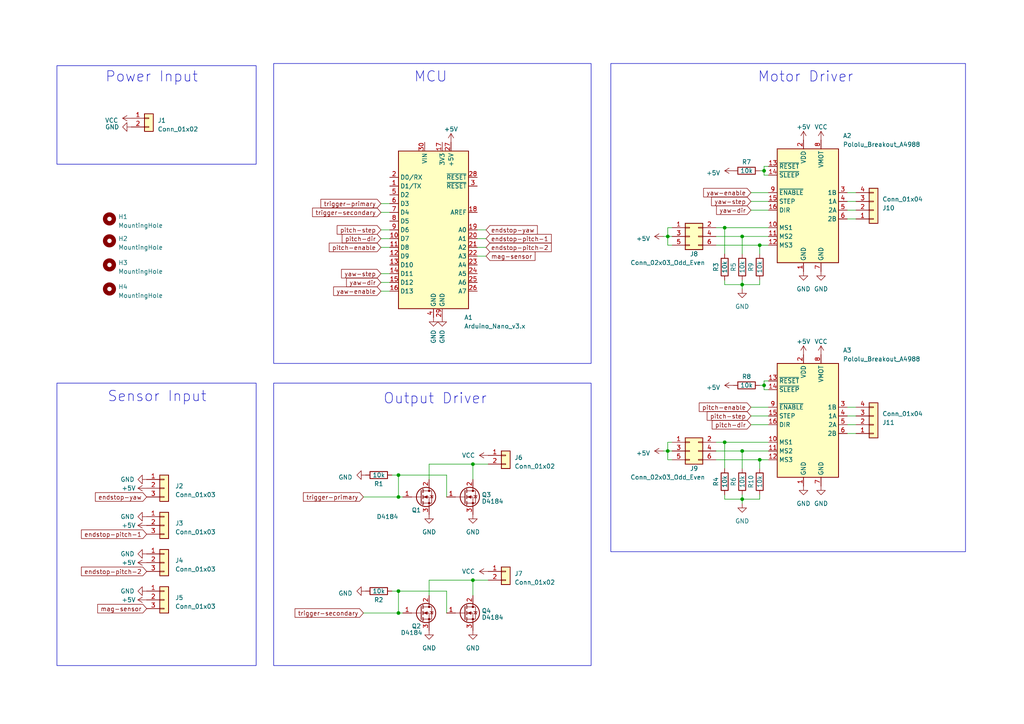
<source format=kicad_sch>
(kicad_sch (version 20230121) (generator eeschema)
  (paper "A4")
  (lib_symbols
    (symbol "Connector_Generic:Conn_01x02" (pin_names (offset 1.016) hide)
      (property "Reference" "J" (at 0 2.54 0))
      (property "Value" "Conn_01x02" (at 0 -5.08 0))
      (symbol "Conn_01x02_1_1"
        (rectangle (start -1.27 -2.413) (end 0 -2.667) (stroke (width 0.1524)))
        (rectangle (start -1.27 0.127) (end 0 -0.127) (stroke (width 0.1524)))
        (rectangle (start -1.27 1.27) (end 1.27 -3.81) (stroke (width 0.254)) (fill (type background)))
        (pin passive line (at -5.08 0 0) (length 3.81) (name "Pin_1") (number "1"))
        (pin passive line (at -5.08 -2.54 0) (length 3.81) (name "Pin_2") (number "2"))
      )
    )
    (symbol "Connector_Generic:Conn_01x03" (pin_names (offset 1.016) hide)
      (property "Reference" "J" (at 0 5.08 0))
      (property "Value" "Conn_01x03" (at 0 -5.08 0))
      (symbol "Conn_01x03_1_1"
        (rectangle (start -1.27 -2.413) (end 0 -2.667) (stroke (width 0.1524)))
        (rectangle (start -1.27 0.127) (end 0 -0.127) (stroke (width 0.1524)))
        (rectangle (start -1.27 2.667) (end 0 2.413) (stroke (width 0.1524)))
        (rectangle (start -1.27 3.81) (end 1.27 -3.81) (stroke (width 0.254)) (fill (type background)))
        (pin passive line (at -5.08 2.54 0) (length 3.81) (name "Pin_1") (number "1"))
        (pin passive line (at -5.08 0 0) (length 3.81) (name "Pin_2") (number "2"))
        (pin passive line (at -5.08 -2.54 0) (length 3.81) (name "Pin_3") (number "3"))
      )
    )
    (symbol "Connector_Generic:Conn_01x04" (pin_names (offset 1.016) hide)
      (property "Reference" "J" (at 0 5.08 0))
      (property "Value" "Conn_01x04" (at 0 -7.62 0))
      (symbol "Conn_01x04_1_1"
        (rectangle (start -1.27 -4.953) (end 0 -5.207) (stroke (width 0.1524)))
        (rectangle (start -1.27 -2.413) (end 0 -2.667) (stroke (width 0.1524)))
        (rectangle (start -1.27 0.127) (end 0 -0.127) (stroke (width 0.1524)))
        (rectangle (start -1.27 2.667) (end 0 2.413) (stroke (width 0.1524)))
        (rectangle (start -1.27 3.81) (end 1.27 -6.35) (stroke (width 0.254)) (fill (type background)))
        (pin passive line (at -5.08 2.54 0) (length 3.81) (name "Pin_1") (number "1"))
        (pin passive line (at -5.08 0 0) (length 3.81) (name "Pin_2") (number "2"))
        (pin passive line (at -5.08 -2.54 0) (length 3.81) (name "Pin_3") (number "3"))
        (pin passive line (at -5.08 -5.08 0) (length 3.81) (name "Pin_4") (number "4"))
      )
    )
    (symbol "Connector_Generic:Conn_02x03_Odd_Even" (pin_names (offset 1.016) hide)
      (property "Reference" "J" (at 1.27 5.08 0))
      (property "Value" "Conn_02x03_Odd_Even" (at 1.27 -5.08 0))
      (symbol "Conn_02x03_Odd_Even_1_1"
        (rectangle (start -1.27 -2.413) (end 0 -2.667) (stroke (width 0.1524)))
        (rectangle (start -1.27 0.127) (end 0 -0.127) (stroke (width 0.1524)))
        (rectangle (start -1.27 2.667) (end 0 2.413) (stroke (width 0.1524)))
        (rectangle (start -1.27 3.81) (end 3.81 -3.81) (stroke (width 0.254)) (fill (type background)))
        (rectangle (start 3.81 -2.413) (end 2.54 -2.667) (stroke (width 0.1524)))
        (rectangle (start 3.81 0.127) (end 2.54 -0.127) (stroke (width 0.1524)))
        (rectangle (start 3.81 2.667) (end 2.54 2.413) (stroke (width 0.1524)))
        (pin passive line (at -5.08 2.54 0) (length 3.81) (name "Pin_1") (number "1"))
        (pin passive line (at 7.62 2.54 180) (length 3.81) (name "Pin_2") (number "2"))
        (pin passive line (at -5.08 0 0) (length 3.81) (name "Pin_3") (number "3"))
        (pin passive line (at 7.62 0 180) (length 3.81) (name "Pin_4") (number "4"))
        (pin passive line (at -5.08 -2.54 0) (length 3.81) (name "Pin_5") (number "5"))
        (pin passive line (at 7.62 -2.54 180) (length 3.81) (name "Pin_6") (number "6"))
      )
    )
    (symbol "Device:Q_NMOS_GDS" (pin_names (offset 0) hide)
      (property "Reference" "Q" (at 5.08 1.27 0))
      (property "Value" "Q_NMOS_GDS" (at 5.08 -1.27 0))
      (symbol "Q_NMOS_GDS_0_1"
        (polyline (pts (xy 0.254 0) (xy -2.54 0)))
        (polyline (pts (xy 0.254 1.905) (xy 0.254 -1.905)) (stroke (width 0.254)))
        (polyline (pts (xy 0.762 -1.27) (xy 0.762 -2.286)) (stroke (width 0.254)))
        (polyline (pts (xy 0.762 0.508) (xy 0.762 -0.508)) (stroke (width 0.254)))
        (polyline (pts (xy 0.762 2.286) (xy 0.762 1.27)) (stroke (width 0.254)))
        (polyline (pts (xy 2.54 2.54) (xy 2.54 1.778)))
        (polyline (pts (xy 2.54 -2.54) (xy 2.54 0) (xy 0.762 0)))
        (polyline (pts (xy 0.762 -1.778) (xy 3.302 -1.778) (xy 3.302 1.778) (xy 0.762 1.778)))
        (polyline (pts (xy 1.016 0) (xy 2.032 0.381) (xy 2.032 -0.381) (xy 1.016 0)) (fill (type outline)))
        (polyline (pts (xy 2.794 0.508) (xy 2.921 0.381) (xy 3.683 0.381) (xy 3.81 0.254)))
        (polyline (pts (xy 3.302 0.381) (xy 2.921 -0.254) (xy 3.683 -0.254) (xy 3.302 0.381)))
        (circle (center 1.651 0) (radius 2.794) (stroke (width 0.254)))
        (circle (center 2.54 -1.778) (radius 0.254) (fill (type outline)))
        (circle (center 2.54 1.778) (radius 0.254) (fill (type outline)))
      )
      (symbol "Q_NMOS_GDS_1_1"
        (pin input line (at -5.08 0 0) (length 2.54) (name "G") (number "1"))
        (pin passive line (at 2.54 5.08 270) (length 2.54) (name "D") (number "2"))
        (pin passive line (at 2.54 -5.08 90) (length 2.54) (name "S") (number "3"))
      )
    )
    (symbol "Device:R" (pin_numbers hide) (pin_names (offset 0))
      (property "Reference" "R" (at 2.032 0 90))
      (property "Value" "R" (at 0 0 90))
      (symbol "R_0_1"
        (rectangle (start -1.016 -2.54) (end 1.016 2.54) (stroke (width 0.254)))
      )
      (symbol "R_1_1"
        (pin passive line (at 0 3.81 270) (length 1.27) (name "~") (number "1"))
        (pin passive line (at 0 -3.81 90) (length 1.27) (name "~") (number "2"))
      )
    )
    (symbol "Driver_Motor:Pololu_Breakout_A4988"
      (property "Reference" "A" (at -2.54 19.05 0))
      (property "Value" "Pololu_Breakout_A4988" (at -2.54 16.51 0))
      (symbol "Pololu_Breakout_A4988_0_1"
        (rectangle (start 10.16 -17.78) (end -7.62 15.24) (stroke (width 0.254)) (fill (type background)))
      )
      (symbol "Pololu_Breakout_A4988_1_1"
        (pin power_in line (at 0 -20.32 90) (length 2.54) (name "GND") (number "1"))
        (pin input line (at -10.16 -7.62 0) (length 2.54) (name "MS1") (number "10"))
        (pin input line (at -10.16 -10.16 0) (length 2.54) (name "MS2") (number "11"))
        (pin input line (at -10.16 -12.7 0) (length 2.54) (name "MS3") (number "12"))
        (pin input line (at -10.16 10.16 0) (length 2.54) (name "~{RESET}") (number "13"))
        (pin input line (at -10.16 7.62 0) (length 2.54) (name "~{SLEEP}") (number "14"))
        (pin input line (at -10.16 0 0) (length 2.54) (name "STEP") (number "15"))
        (pin input line (at -10.16 -2.54 0) (length 2.54) (name "DIR") (number "16"))
        (pin power_in line (at 0 17.78 270) (length 2.54) (name "VDD") (number "2"))
        (pin output line (at 12.7 2.54 180) (length 2.54) (name "1B") (number "3"))
        (pin output line (at 12.7 0 180) (length 2.54) (name "1A") (number "4"))
        (pin output line (at 12.7 -2.54 180) (length 2.54) (name "2A") (number "5"))
        (pin output line (at 12.7 -5.08 180) (length 2.54) (name "2B") (number "6"))
        (pin power_in line (at 5.08 -20.32 90) (length 2.54) (name "GND") (number "7"))
        (pin power_in line (at 5.08 17.78 270) (length 2.54) (name "VMOT") (number "8"))
        (pin input line (at -10.16 2.54 0) (length 2.54) (name "~{ENABLE}") (number "9"))
      )
    )
    (symbol "MCU_Module:Arduino_Nano_v3.x"
      (property "Reference" "A" (at -10.16 23.495 0))
      (property "Value" "Arduino_Nano_v3.x" (at 5.08 -24.13 0))
      (symbol "Arduino_Nano_v3.x_0_1"
        (rectangle (start -10.16 22.86) (end 10.16 -22.86) (stroke (width 0.254)) (fill (type background)))
      )
      (symbol "Arduino_Nano_v3.x_1_1"
        (pin bidirectional line (at -12.7 12.7 0) (length 2.54) (name "D1/TX") (number "1"))
        (pin bidirectional line (at -12.7 -2.54 0) (length 2.54) (name "D7") (number "10"))
        (pin bidirectional line (at -12.7 -5.08 0) (length 2.54) (name "D8") (number "11"))
        (pin bidirectional line (at -12.7 -7.62 0) (length 2.54) (name "D9") (number "12"))
        (pin bidirectional line (at -12.7 -10.16 0) (length 2.54) (name "D10") (number "13"))
        (pin bidirectional line (at -12.7 -12.7 0) (length 2.54) (name "D11") (number "14"))
        (pin bidirectional line (at -12.7 -15.24 0) (length 2.54) (name "D12") (number "15"))
        (pin bidirectional line (at -12.7 -17.78 0) (length 2.54) (name "D13") (number "16"))
        (pin power_out line (at 2.54 25.4 270) (length 2.54) (name "3V3") (number "17"))
        (pin input line (at 12.7 5.08 180) (length 2.54) (name "AREF") (number "18"))
        (pin bidirectional line (at 12.7 0 180) (length 2.54) (name "A0") (number "19"))
        (pin bidirectional line (at -12.7 15.24 0) (length 2.54) (name "D0/RX") (number "2"))
        (pin bidirectional line (at 12.7 -2.54 180) (length 2.54) (name "A1") (number "20"))
        (pin bidirectional line (at 12.7 -5.08 180) (length 2.54) (name "A2") (number "21"))
        (pin bidirectional line (at 12.7 -7.62 180) (length 2.54) (name "A3") (number "22"))
        (pin bidirectional line (at 12.7 -10.16 180) (length 2.54) (name "A4") (number "23"))
        (pin bidirectional line (at 12.7 -12.7 180) (length 2.54) (name "A5") (number "24"))
        (pin bidirectional line (at 12.7 -15.24 180) (length 2.54) (name "A6") (number "25"))
        (pin bidirectional line (at 12.7 -17.78 180) (length 2.54) (name "A7") (number "26"))
        (pin power_out line (at 5.08 25.4 270) (length 2.54) (name "+5V") (number "27"))
        (pin input line (at 12.7 15.24 180) (length 2.54) (name "~{RESET}") (number "28"))
        (pin power_in line (at 2.54 -25.4 90) (length 2.54) (name "GND") (number "29"))
        (pin input line (at 12.7 12.7 180) (length 2.54) (name "~{RESET}") (number "3"))
        (pin power_in line (at -2.54 25.4 270) (length 2.54) (name "VIN") (number "30"))
        (pin power_in line (at 0 -25.4 90) (length 2.54) (name "GND") (number "4"))
        (pin bidirectional line (at -12.7 10.16 0) (length 2.54) (name "D2") (number "5"))
        (pin bidirectional line (at -12.7 7.62 0) (length 2.54) (name "D3") (number "6"))
        (pin bidirectional line (at -12.7 5.08 0) (length 2.54) (name "D4") (number "7"))
        (pin bidirectional line (at -12.7 2.54 0) (length 2.54) (name "D5") (number "8"))
        (pin bidirectional line (at -12.7 0 0) (length 2.54) (name "D6") (number "9"))
      )
    )
    (symbol "Mechanical:MountingHole" (pin_names (offset 1.016))
      (property "Reference" "H" (at 0 5.08 0))
      (property "Value" "MountingHole" (at 0 3.175 0))
      (symbol "MountingHole_0_1"
        (circle (center 0 0) (radius 1.27) (stroke (width 1.27)))
      )
    )
    (symbol "power:+5V" (power) (pin_names (offset 0))
      (property "Value" "+5V" (at 0 3.556 0))
      (symbol "+5V_0_1"
        (polyline (pts (xy -0.762 1.27) (xy 0 2.54)))
        (polyline (pts (xy 0 0) (xy 0 2.54)))
        (polyline (pts (xy 0 2.54) (xy 0.762 1.27)))
      )
      (symbol "+5V_1_1"
        (pin power_in line (at 0 0 90) (length 0) hide (name "+5V") (number "1"))
      )
    )
    (symbol "power:GND" (power) (pin_names (offset 0))
      (property "Value" "GND" (at 0 -3.81 0))
      (symbol "GND_0_1"
        (polyline (pts (xy 0 0) (xy 0 -1.27) (xy 1.27 -1.27) (xy 0 -2.54) (xy -1.27 -1.27) (xy 0 -1.27)))
      )
      (symbol "GND_1_1"
        (pin power_in line (at 0 0 270) (length 0) hide (name "GND") (number "1"))
      )
    )
    (symbol "power:VCC" (power) (pin_names (offset 0))
      (property "Value" "VCC" (at 0 3.81 0))
      (symbol "VCC_0_1"
        (polyline (pts (xy -0.762 1.27) (xy 0 2.54)))
        (polyline (pts (xy 0 0) (xy 0 2.54)))
        (polyline (pts (xy 0 2.54) (xy 0.762 1.27)))
      )
      (symbol "VCC_1_1"
        (pin power_in line (at 0 0 90) (length 0) hide (name "VCC") (number "1"))
      )
    )
  )
  (junction (at 215.265 82.55))
  (junction (at 210.185 66.04))
  (junction (at 215.265 68.58))
  (junction (at 215.265 144.78))
  (junction (at 210.185 128.27))
  (junction (at 215.265 130.81))
  (junction (at 115.57 144.145))
  (junction (at 137.16 168.275))
  (junction (at 221.615 111.76))
  (junction (at 137.16 134.62))
  (junction (at 221.615 49.53))
  (junction (at 193.675 130.81))
  (junction (at 115.57 177.8))
  (junction (at 220.345 133.35))
  (junction (at 220.345 71.12))
  (junction (at 115.57 171.45))
  (junction (at 193.675 68.58))
  (junction (at 115.57 137.795))
  (wire (pts (xy 215.265 82.55) (xy 215.265 83.82)))
  (wire (pts (xy 220.345 49.53) (xy 221.615 49.53)))
  (wire (pts (xy 217.805 123.19) (xy 222.885 123.19)))
  (wire (pts (xy 215.265 82.55) (xy 220.345 82.55)))
  (wire (pts (xy 129.54 137.795) (xy 115.57 137.795)))
  (wire (pts (xy 217.805 60.96) (xy 222.885 60.96)))
  (wire (pts (xy 245.745 118.11) (xy 248.285 118.11)))
  (wire (pts (xy 217.805 55.88) (xy 222.885 55.88)))
  (wire (pts (xy 115.57 144.145) (xy 116.84 144.145)))
  (wire (pts (xy 207.645 133.35) (xy 220.345 133.35)))
  (wire (pts (xy 221.615 110.49) (xy 222.885 110.49)))
  (wire (pts (xy 221.615 111.76) (xy 221.615 113.03)))
  (wire (pts (xy 210.185 144.78) (xy 215.265 144.78)))
  (wire (pts (xy 137.16 134.62) (xy 137.16 139.065)))
  (wire (pts (xy 207.645 71.12) (xy 220.345 71.12)))
  (wire (pts (xy 215.265 143.51) (xy 215.265 144.78)))
  (wire (pts (xy 115.57 171.45) (xy 115.57 177.8)))
  (wire (pts (xy 210.185 143.51) (xy 210.185 144.78)))
  (wire (pts (xy 138.43 69.215) (xy 140.97 69.215)))
  (wire (pts (xy 138.43 66.675) (xy 140.97 66.675)))
  (wire (pts (xy 245.745 60.96) (xy 248.285 60.96)))
  (wire (pts (xy 207.645 66.04) (xy 210.185 66.04)))
  (wire (pts (xy 110.49 69.215) (xy 113.03 69.215)))
  (wire (pts (xy 115.57 137.795) (xy 115.57 144.145)))
  (wire (pts (xy 110.49 71.755) (xy 113.03 71.755)))
  (wire (pts (xy 193.675 130.81) (xy 194.945 130.81)))
  (wire (pts (xy 215.265 130.81) (xy 222.885 130.81)))
  (wire (pts (xy 129.54 177.8) (xy 129.54 171.45)))
  (wire (pts (xy 110.49 59.055) (xy 113.03 59.055)))
  (wire (pts (xy 221.615 48.26) (xy 221.615 49.53)))
  (wire (pts (xy 207.645 68.58) (xy 215.265 68.58)))
  (wire (pts (xy 221.615 49.53) (xy 221.615 50.8)))
  (wire (pts (xy 220.345 133.35) (xy 222.885 133.35)))
  (wire (pts (xy 222.885 50.8) (xy 221.615 50.8)))
  (wire (pts (xy 110.49 66.675) (xy 113.03 66.675)))
  (wire (pts (xy 220.345 71.12) (xy 220.345 73.66)))
  (wire (pts (xy 105.41 144.145) (xy 115.57 144.145)))
  (wire (pts (xy 124.46 139.065) (xy 124.46 134.62)))
  (wire (pts (xy 193.675 66.04) (xy 193.675 68.58)))
  (wire (pts (xy 192.405 130.81) (xy 193.675 130.81)))
  (wire (pts (xy 207.645 128.27) (xy 210.185 128.27)))
  (wire (pts (xy 215.265 73.66) (xy 215.265 68.58)))
  (wire (pts (xy 221.615 110.49) (xy 221.615 111.76)))
  (wire (pts (xy 220.345 82.55) (xy 220.345 81.28)))
  (wire (pts (xy 217.805 58.42) (xy 222.885 58.42)))
  (wire (pts (xy 215.265 135.89) (xy 215.265 130.81)))
  (wire (pts (xy 193.675 68.58) (xy 193.675 71.12)))
  (wire (pts (xy 193.675 68.58) (xy 194.945 68.58)))
  (wire (pts (xy 115.57 177.8) (xy 116.84 177.8)))
  (wire (pts (xy 110.49 81.915) (xy 113.03 81.915)))
  (wire (pts (xy 245.745 58.42) (xy 248.285 58.42)))
  (wire (pts (xy 141.605 168.275) (xy 137.16 168.275)))
  (wire (pts (xy 222.885 113.03) (xy 221.615 113.03)))
  (wire (pts (xy 220.345 133.35) (xy 220.345 135.89)))
  (wire (pts (xy 192.405 68.58) (xy 193.675 68.58)))
  (wire (pts (xy 221.615 48.26) (xy 222.885 48.26)))
  (wire (pts (xy 110.49 61.595) (xy 113.03 61.595)))
  (wire (pts (xy 113.665 171.45) (xy 115.57 171.45)))
  (wire (pts (xy 193.675 71.12) (xy 194.945 71.12)))
  (wire (pts (xy 194.945 128.27) (xy 193.675 128.27)))
  (wire (pts (xy 193.675 133.35) (xy 194.945 133.35)))
  (wire (pts (xy 193.675 128.27) (xy 193.675 130.81)))
  (wire (pts (xy 110.49 84.455) (xy 113.03 84.455)))
  (wire (pts (xy 210.185 128.27) (xy 222.885 128.27)))
  (wire (pts (xy 141.605 134.62) (xy 137.16 134.62)))
  (wire (pts (xy 217.805 118.11) (xy 222.885 118.11)))
  (wire (pts (xy 245.745 120.65) (xy 248.285 120.65)))
  (wire (pts (xy 110.49 79.375) (xy 113.03 79.375)))
  (wire (pts (xy 215.265 144.78) (xy 220.345 144.78)))
  (wire (pts (xy 124.46 172.72) (xy 124.46 168.275)))
  (wire (pts (xy 210.185 82.55) (xy 215.265 82.55)))
  (wire (pts (xy 215.265 144.78) (xy 215.265 146.05)))
  (wire (pts (xy 210.185 66.04) (xy 222.885 66.04)))
  (wire (pts (xy 138.43 74.295) (xy 140.97 74.295)))
  (wire (pts (xy 220.345 71.12) (xy 222.885 71.12)))
  (wire (pts (xy 210.185 135.89) (xy 210.185 128.27)))
  (wire (pts (xy 217.805 120.65) (xy 222.885 120.65)))
  (wire (pts (xy 220.345 144.78) (xy 220.345 143.51)))
  (wire (pts (xy 210.185 73.66) (xy 210.185 66.04)))
  (wire (pts (xy 215.265 81.28) (xy 215.265 82.55)))
  (wire (pts (xy 113.665 137.795) (xy 115.57 137.795)))
  (wire (pts (xy 138.43 71.755) (xy 140.97 71.755)))
  (wire (pts (xy 207.645 130.81) (xy 215.265 130.81)))
  (wire (pts (xy 137.16 168.275) (xy 137.16 172.72)))
  (wire (pts (xy 245.745 123.19) (xy 248.285 123.19)))
  (wire (pts (xy 245.745 125.73) (xy 248.285 125.73)))
  (wire (pts (xy 245.745 63.5) (xy 248.285 63.5)))
  (wire (pts (xy 220.345 111.76) (xy 221.615 111.76)))
  (wire (pts (xy 245.745 55.88) (xy 248.285 55.88)))
  (wire (pts (xy 194.945 66.04) (xy 193.675 66.04)))
  (wire (pts (xy 124.46 134.62) (xy 137.16 134.62)))
  (wire (pts (xy 124.46 168.275) (xy 137.16 168.275)))
  (wire (pts (xy 129.54 171.45) (xy 115.57 171.45)))
  (wire (pts (xy 129.54 144.145) (xy 129.54 137.795)))
  (wire (pts (xy 215.265 68.58) (xy 222.885 68.58)))
  (wire (pts (xy 105.41 177.8) (xy 115.57 177.8)))
  (wire (pts (xy 210.185 81.28) (xy 210.185 82.55)))
  (wire (pts (xy 193.675 130.81) (xy 193.675 133.35)))
  (rectangle (start 16.51 19.05) (end 74.295 47.625))
  (rectangle (start 16.51 111.125) (end 74.295 193.04))
  (rectangle (start 79.375 111.125) (end 171.45 193.04))
  (rectangle (start 79.375 18.415) (end 171.45 105.41))
  (rectangle (start 177.165 18.415) (end 280.035 160.02))
  (text "Output Driver" (at 111.125 117.475 0) (effects (font (size 3 3)) (justify left bottom)))
  (text "Power Input" (at 30.48 24.13 0) (effects (font (size 3 3)) (justify left bottom)))
  (text "Sensor Input" (at 31.115 116.84 0) (effects (font (size 3 3)) (justify left bottom)))
  (text "Motor Driver" (at 219.71 24.13 0) (effects (font (size 3 3)) (justify left bottom)))
  (text "MCU" (at 120.015 24.13 0) (effects (font (size 3 3)) (justify left bottom)))
  (global_label "endstop-yaw" (shape input) (at 42.545 144.145 180) (property "Intersheetrefs" "${INTERSHEET_REFS}" (effects hide)))
  (global_label "endstop-pitch-2" (shape input) (at 140.97 71.755 0) (property "Intersheetrefs" "${INTERSHEET_REFS}" (effects hide)))
  (global_label "trigger-secondary" (shape input) (at 110.49 61.595 180) (property "Intersheetrefs" "${INTERSHEET_REFS}" (effects hide)))
  (global_label "yaw-enable" (shape input) (at 110.49 84.455 180) (property "Intersheetrefs" "${INTERSHEET_REFS}" (effects hide)))
  (global_label "yaw-step" (shape input) (at 110.49 79.375 180) (property "Intersheetrefs" "${INTERSHEET_REFS}" (effects hide)))
  (global_label "trigger-primary" (shape input) (at 105.41 144.145 180) (property "Intersheetrefs" "${INTERSHEET_REFS}" (effects hide)))
  (global_label "pitch-step" (shape input) (at 110.49 66.675 180) (property "Intersheetrefs" "${INTERSHEET_REFS}" (effects hide)))
  (global_label "pitch-enable" (shape input) (at 110.49 71.755 180) (property "Intersheetrefs" "${INTERSHEET_REFS}" (effects hide)))
  (global_label "mag-sensor" (shape input) (at 42.545 176.53 180) (property "Intersheetrefs" "${INTERSHEET_REFS}" (effects hide)))
  (global_label "endstop-pitch-1" (shape input) (at 42.545 154.94 180) (property "Intersheetrefs" "${INTERSHEET_REFS}" (effects hide)))
  (global_label "pitch-enable" (shape input) (at 217.805 118.11 180) (property "Intersheetrefs" "${INTERSHEET_REFS}" (effects hide)))
  (global_label "pitch-dir" (shape input) (at 217.805 123.19 180) (property "Intersheetrefs" "${INTERSHEET_REFS}" (effects hide)))
  (global_label "yaw-step" (shape input) (at 217.805 58.42 180) (property "Intersheetrefs" "${INTERSHEET_REFS}" (effects hide)))
  (global_label "pitch-step" (shape input) (at 217.805 120.65 180) (property "Intersheetrefs" "${INTERSHEET_REFS}" (effects hide)))
  (global_label "endstop-pitch-1" (shape input) (at 140.97 69.215 0) (property "Intersheetrefs" "${INTERSHEET_REFS}" (effects hide)))
  (global_label "mag-sensor" (shape input) (at 140.97 74.295 0) (property "Intersheetrefs" "${INTERSHEET_REFS}" (effects hide)))
  (global_label "yaw-dir" (shape input) (at 110.49 81.915 180) (property "Intersheetrefs" "${INTERSHEET_REFS}" (effects hide)))
  (global_label "yaw-enable" (shape input) (at 217.805 55.88 180) (property "Intersheetrefs" "${INTERSHEET_REFS}" (effects hide)))
  (global_label "trigger-primary" (shape input) (at 110.49 59.055 180) (property "Intersheetrefs" "${INTERSHEET_REFS}" (effects hide)))
  (global_label "pitch-dir" (shape input) (at 110.49 69.215 180) (property "Intersheetrefs" "${INTERSHEET_REFS}" (effects hide)))
  (global_label "endstop-pitch-2" (shape input) (at 42.545 165.735 180) (property "Intersheetrefs" "${INTERSHEET_REFS}" (effects hide)))
  (global_label "yaw-dir" (shape input) (at 217.805 60.96 180) (property "Intersheetrefs" "${INTERSHEET_REFS}" (effects hide)))
  (global_label "endstop-yaw" (shape input) (at 140.97 66.675 0) (property "Intersheetrefs" "${INTERSHEET_REFS}" (effects hide)))
  (global_label "trigger-secondary" (shape input) (at 105.41 177.8 180) (property "Intersheetrefs" "${INTERSHEET_REFS}" (effects hide)))
  (symbol (lib_id "power:GND") (at 42.545 139.065 270) (unit 1)
    (property "Reference" "#PWR03" (effects hide))
    (property "Value" "GND" (at 34.925 139.065 90) (effects (justify left)))
  )
  (symbol (lib_id "power:GND") (at 125.73 92.075 0) (unit 1)
    (property "Reference" "#PWR015" (effects hide))
    (property "Value" "GND" (at 125.73 99.695 90) (effects (justify left)))
  )
  (symbol (lib_id "Device:R") (at 215.265 77.47 180) (unit 1)
    (property "Reference" "R5" (at 212.725 77.47 90))
    (property "Value" "10k" (at 215.265 77.47 90))
    (property "Footprint" "Resistor_SMD:R_0805_2012Metric_Pad1.20x1.40mm_HandSolder" (effects hide))
  )
  (symbol (lib_id "Mechanical:MountingHole") (at 31.75 69.85 0) (unit 1)
    (property "Reference" "H2" (at 34.29 69.215 0) (effects (justify left)))
    (property "Value" "MountingHole" (at 34.29 71.755 0) (effects (justify left)))
    (property "Footprint" "MountingHole:MountingHole_3.2mm_M3_DIN965_Pad" (effects hide))
  )
  (symbol (lib_id "Connector_Generic:Conn_01x04") (at 253.365 123.19 0) (mirror x) (unit 1)
    (property "Reference" "J11" (at 255.905 122.555 0) (effects (justify left)))
    (property "Value" "Conn_01x04" (at 255.905 120.015 0) (effects (justify left)))
    (property "Footprint" "Connector_JST:JST_XH_B4B-XH-A_1x04_P2.50mm_Vertical" (effects hide))
  )
  (symbol (lib_id "power:+5V") (at 212.725 49.53 90) (unit 1)
    (property "Reference" "#PWR024" (effects hide))
    (property "Value" "+5V" (at 208.915 50.165 90) (effects (justify left)))
  )
  (symbol (lib_id "Connector_Generic:Conn_01x02") (at 146.685 165.735 0) (unit 1)
    (property "Reference" "J7" (at 149.225 166.37 0) (effects (justify left)))
    (property "Value" "Conn_01x02" (at 149.225 168.91 0) (effects (justify left)))
    (property "Footprint" "Connector_JST:JST_XH_B2B-XH-A_1x02_P2.50mm_Vertical" (effects hide))
  )
  (symbol (lib_id "Device:R") (at 216.535 49.53 90) (unit 1)
    (property "Reference" "R7" (at 216.535 46.99 90))
    (property "Value" "10k" (at 216.535 49.53 90))
    (property "Footprint" "Resistor_SMD:R_0805_2012Metric_Pad1.20x1.40mm_HandSolder" (effects hide))
  )
  (symbol (lib_id "Mechanical:MountingHole") (at 31.75 63.5 0) (unit 1)
    (property "Reference" "H1" (at 34.29 62.865 0) (effects (justify left)))
    (property "Value" "MountingHole" (at 34.29 65.405 0) (effects (justify left)))
    (property "Footprint" "MountingHole:MountingHole_3.2mm_M3_DIN965_Pad" (effects hide))
  )
  (symbol (lib_id "power:+5V") (at 192.405 130.81 90) (unit 1)
    (property "Reference" "#PWR023" (effects hide))
    (property "Value" "+5V" (at 188.595 131.445 90) (effects (justify left)))
  )
  (symbol (lib_id "power:VCC") (at 141.605 165.735 90) (unit 1)
    (property "Reference" "#PWR021" (effects hide))
    (property "Value" "VCC" (at 137.795 165.735 90) (effects (justify left)))
  )
  (symbol (lib_id "power:VCC") (at 238.125 40.64 0) (unit 1)
    (property "Reference" "#PWR032" (effects hide))
    (property "Value" "VCC" (at 238.125 36.83 0))
  )
  (symbol (lib_id "Connector_Generic:Conn_01x02") (at 43.18 34.29 0) (unit 1)
    (property "Reference" "J1" (at 45.72 34.925 0) (effects (justify left)))
    (property "Value" "Conn_01x02" (at 45.72 37.465 0) (effects (justify left)))
    (property "Footprint" "Connector_JST:JST_XH_B2B-XH-A_1x02_P2.50mm_Vertical" (effects hide))
  )
  (symbol (lib_id "power:GND") (at 106.045 137.795 270) (unit 1)
    (property "Reference" "#PWR011" (effects hide))
    (property "Value" "GND" (at 102.235 138.43 90) (effects (justify right)))
  )
  (symbol (lib_id "Device:Q_NMOS_GDS") (at 134.62 144.145 0) (unit 1)
    (property "Reference" "Q3" (at 139.7 143.51 0) (effects (justify left)))
    (property "Value" "D4184" (at 139.7 145.415 0) (effects (justify left)))
    (property "Footprint" "Package_TO_SOT_SMD:TO-252-2" (effects hide))
  )
  (symbol (lib_id "Connector_Generic:Conn_01x03") (at 47.625 141.605 0) (unit 1)
    (property "Reference" "J2" (at 50.8 140.97 0) (effects (justify left)))
    (property "Value" "Conn_01x03" (at 50.8 143.51 0) (effects (justify left)))
    (property "Footprint" "Connector_JST:JST_XH_B3B-XH-A_1x03_P2.50mm_Vertical" (effects hide))
  )
  (symbol (lib_id "Connector_Generic:Conn_01x02") (at 146.685 132.08 0) (unit 1)
    (property "Reference" "J6" (at 149.225 132.715 0) (effects (justify left)))
    (property "Value" "Conn_01x02" (at 149.225 135.255 0) (effects (justify left)))
    (property "Footprint" "Connector_JST:JST_XH_B2B-XH-A_1x02_P2.50mm_Vertical" (effects hide))
  )
  (symbol (lib_id "Driver_Motor:Pololu_Breakout_A4988") (at 233.045 58.42 0) (unit 1)
    (property "Reference" "A2" (at 244.475 39.37 0) (effects (justify left)))
    (property "Value" "Pololu_Breakout_A4988" (at 244.475 41.91 0) (effects (justify left)))
    (property "Footprint" "Module:Pololu_Breakout-16_15.2x20.3mm" (effects hide))
    (property "Datasheet" "https://www.pololu.com/product/2980/pictures" (effects hide))
  )
  (symbol (lib_id "power:+5V") (at 192.405 68.58 90) (unit 1)
    (property "Reference" "#PWR022" (effects hide))
    (property "Value" "+5V" (at 188.595 69.215 90) (effects (justify left)))
  )
  (symbol (lib_id "power:+5V") (at 233.045 102.87 0) (unit 1)
    (property "Reference" "#PWR030" (effects hide))
    (property "Value" "+5V" (at 233.045 99.06 0))
  )
  (symbol (lib_id "power:VCC") (at 238.125 102.87 0) (unit 1)
    (property "Reference" "#PWR034" (effects hide))
    (property "Value" "VCC" (at 238.125 99.06 0))
  )
  (symbol (lib_id "power:GND") (at 106.045 171.45 270) (unit 1)
    (property "Reference" "#PWR012" (effects hide))
    (property "Value" "GND" (at 102.235 172.085 90) (effects (justify right)))
  )
  (symbol (lib_id "Device:Q_NMOS_GDS") (at 121.92 144.145 0) (unit 1)
    (property "Reference" "Q1" (at 119.38 147.955 0) (effects (justify left)))
    (property "Value" "D4184" (at 109.22 149.86 0) (effects (justify left)))
    (property "Footprint" "Package_TO_SOT_SMD:TO-252-2" (effects hide))
  )
  (symbol (lib_id "Device:R") (at 109.855 137.795 270) (unit 1)
    (property "Reference" "R1" (at 109.855 140.335 90))
    (property "Value" "10k" (at 109.855 137.795 90))
    (property "Footprint" "Resistor_SMD:R_0805_2012Metric_Pad1.20x1.40mm_HandSolder" (effects hide))
  )
  (symbol (lib_id "power:VCC") (at 141.605 132.08 90) (unit 1)
    (property "Reference" "#PWR020" (effects hide))
    (property "Value" "VCC" (at 137.795 132.08 90) (effects (justify left)))
  )
  (symbol (lib_id "Connector_Generic:Conn_01x03") (at 47.625 152.4 0) (unit 1)
    (property "Reference" "J3" (at 50.8 151.765 0) (effects (justify left)))
    (property "Value" "Conn_01x03" (at 50.8 154.305 0) (effects (justify left)))
    (property "Footprint" "Connector_JST:JST_XH_B3B-XH-A_1x03_P2.50mm_Vertical" (effects hide))
  )
  (symbol (lib_id "power:+5V") (at 42.545 163.195 90) (unit 1)
    (property "Reference" "#PWR08" (effects hide))
    (property "Value" "+5V" (at 39.37 163.195 90) (effects (justify left)))
  )
  (symbol (lib_id "power:VCC") (at 38.1 34.29 90) (unit 1)
    (property "Reference" "#PWR01" (effects hide))
    (property "Value" "VCC" (at 34.29 34.925 90) (effects (justify left)))
  )
  (symbol (lib_id "power:GND") (at 128.27 92.075 0) (unit 1)
    (property "Reference" "#PWR016" (effects hide))
    (property "Value" "GND" (at 128.27 99.695 90) (effects (justify left)))
  )
  (symbol (lib_id "Connector_Generic:Conn_02x03_Odd_Even") (at 200.025 68.58 0) (unit 1)
    (property "Reference" "J8" (at 201.295 73.66 0))
    (property "Value" "Conn_02x03_Odd_Even" (at 193.675 76.2 0))
    (property "Footprint" "Connector_PinHeader_2.54mm:PinHeader_2x03_P2.54mm_Vertical" (effects hide))
  )
  (symbol (lib_id "power:+5V") (at 42.545 152.4 90) (unit 1)
    (property "Reference" "#PWR06" (effects hide))
    (property "Value" "+5V" (at 39.37 152.4 90) (effects (justify left)))
  )
  (symbol (lib_id "power:+5V") (at 233.045 40.64 0) (unit 1)
    (property "Reference" "#PWR028" (effects hide))
    (property "Value" "+5V" (at 233.045 36.83 0))
  )
  (symbol (lib_id "Device:R") (at 210.185 77.47 180) (unit 1)
    (property "Reference" "R3" (at 207.645 77.47 90))
    (property "Value" "10k" (at 210.185 77.47 90))
    (property "Footprint" "Resistor_SMD:R_0805_2012Metric_Pad1.20x1.40mm_HandSolder" (effects hide))
  )
  (symbol (lib_id "Mechanical:MountingHole") (at 31.75 76.835 0) (unit 1)
    (property "Reference" "H3" (at 34.29 76.2 0) (effects (justify left)))
    (property "Value" "MountingHole" (at 34.29 78.74 0) (effects (justify left)))
    (property "Footprint" "MountingHole:MountingHole_3.2mm_M3_DIN965_Pad" (effects hide))
  )
  (symbol (lib_id "power:GND") (at 215.265 83.82 0) (unit 1)
    (property "Reference" "#PWR026" (effects hide))
    (property "Value" "GND" (at 215.265 88.9 0))
  )
  (symbol (lib_id "Driver_Motor:Pololu_Breakout_A4988") (at 233.045 120.65 0) (unit 1)
    (property "Reference" "A3" (at 244.475 101.6 0) (effects (justify left)))
    (property "Value" "Pololu_Breakout_A4988" (at 244.475 104.14 0) (effects (justify left)))
    (property "Footprint" "Module:Pololu_Breakout-16_15.2x20.3mm" (effects hide))
    (property "Datasheet" "https://www.pololu.com/product/2980/pictures" (effects hide))
  )
  (symbol (lib_id "power:GND") (at 124.46 149.225 0) (unit 1)
    (property "Reference" "#PWR013" (effects hide))
    (property "Value" "GND" (at 124.46 154.305 0))
  )
  (symbol (lib_id "power:GND") (at 42.545 160.655 270) (unit 1)
    (property "Reference" "#PWR07" (effects hide))
    (property "Value" "GND" (at 34.925 160.655 90) (effects (justify left)))
  )
  (symbol (lib_id "power:GND") (at 42.545 149.86 270) (unit 1)
    (property "Reference" "#PWR05" (effects hide))
    (property "Value" "GND" (at 34.925 149.86 90) (effects (justify left)))
  )
  (symbol (lib_id "power:GND") (at 215.265 146.05 0) (unit 1)
    (property "Reference" "#PWR027" (effects hide))
    (property "Value" "GND" (at 215.265 151.13 0))
  )
  (symbol (lib_id "Device:Q_NMOS_GDS") (at 134.62 177.8 0) (unit 1)
    (property "Reference" "Q4" (at 139.7 177.165 0) (effects (justify left)))
    (property "Value" "D4184" (at 139.7 179.07 0) (effects (justify left)))
    (property "Footprint" "Package_TO_SOT_SMD:TO-252-2" (effects hide))
  )
  (symbol (lib_id "power:GND") (at 124.46 182.88 0) (unit 1)
    (property "Reference" "#PWR014" (effects hide))
    (property "Value" "GND" (at 124.46 187.96 0))
  )
  (symbol (lib_id "Mechanical:MountingHole") (at 31.75 83.82 0) (unit 1)
    (property "Reference" "H4" (at 34.29 83.185 0) (effects (justify left)))
    (property "Value" "MountingHole" (at 34.29 85.725 0) (effects (justify left)))
    (property "Footprint" "MountingHole:MountingHole_3.2mm_M3_DIN965_Pad" (effects hide))
  )
  (symbol (lib_id "power:+5V") (at 130.81 41.275 0) (unit 1)
    (property "Reference" "#PWR017" (effects hide))
    (property "Value" "+5V" (at 130.81 37.465 0))
  )
  (symbol (lib_id "power:GND") (at 238.125 78.74 0) (unit 1)
    (property "Reference" "#PWR033" (effects hide))
    (property "Value" "GND" (at 238.125 83.82 0))
  )
  (symbol (lib_id "Connector_Generic:Conn_01x03") (at 47.625 173.99 0) (unit 1)
    (property "Reference" "J5" (at 50.8 173.355 0) (effects (justify left)))
    (property "Value" "Conn_01x03" (at 50.8 175.895 0) (effects (justify left)))
    (property "Footprint" "Connector_JST:JST_XH_B3B-XH-A_1x03_P2.50mm_Vertical" (effects hide))
  )
  (symbol (lib_id "power:+5V") (at 42.545 141.605 90) (unit 1)
    (property "Reference" "#PWR04" (effects hide))
    (property "Value" "+5V" (at 39.37 141.605 90) (effects (justify left)))
  )
  (symbol (lib_id "Connector_Generic:Conn_02x03_Odd_Even") (at 200.025 130.81 0) (unit 1)
    (property "Reference" "J9" (at 201.295 135.89 0))
    (property "Value" "Conn_02x03_Odd_Even" (at 193.675 138.43 0))
    (property "Footprint" "Connector_PinHeader_2.54mm:PinHeader_2x03_P2.54mm_Vertical" (effects hide))
  )
  (symbol (lib_id "power:GND") (at 233.045 140.97 0) (unit 1)
    (property "Reference" "#PWR031" (effects hide))
    (property "Value" "GND" (at 233.045 146.05 0))
  )
  (symbol (lib_id "Connector_Generic:Conn_01x04") (at 253.365 60.96 0) (mirror x) (unit 1)
    (property "Reference" "J10" (at 255.905 60.325 0) (effects (justify left)))
    (property "Value" "Conn_01x04" (at 255.905 57.785 0) (effects (justify left)))
    (property "Footprint" "Connector_JST:JST_XH_B4B-XH-A_1x04_P2.50mm_Vertical" (effects hide))
  )
  (symbol (lib_id "Connector_Generic:Conn_01x03") (at 47.625 163.195 0) (unit 1)
    (property "Reference" "J4" (at 50.8 162.56 0) (effects (justify left)))
    (property "Value" "Conn_01x03" (at 50.8 165.1 0) (effects (justify left)))
    (property "Footprint" "Connector_JST:JST_XH_B3B-XH-A_1x03_P2.50mm_Vertical" (effects hide))
  )
  (symbol (lib_id "Device:Q_NMOS_GDS") (at 121.92 177.8 0) (unit 1)
    (property "Reference" "Q2" (at 119.38 181.61 0) (effects (justify left)))
    (property "Value" "D4184" (at 116.205 183.515 0) (effects (justify left)))
    (property "Footprint" "Package_TO_SOT_SMD:TO-252-2" (effects hide))
  )
  (symbol (lib_id "Device:R") (at 210.185 139.7 180) (unit 1)
    (property "Reference" "R4" (at 207.645 139.7 90))
    (property "Value" "10k" (at 210.185 139.7 90))
    (property "Footprint" "Resistor_SMD:R_0805_2012Metric_Pad1.20x1.40mm_HandSolder" (effects hide))
  )
  (symbol (lib_id "Device:R") (at 109.855 171.45 270) (unit 1)
    (property "Reference" "R2" (at 109.855 173.99 90))
    (property "Value" "10k" (at 109.855 171.45 90))
    (property "Footprint" "Resistor_SMD:R_0805_2012Metric_Pad1.20x1.40mm_HandSolder" (effects hide))
  )
  (symbol (lib_id "power:GND") (at 137.16 149.225 0) (unit 1)
    (property "Reference" "#PWR018" (effects hide))
    (property "Value" "GND" (at 137.16 154.305 0))
  )
  (symbol (lib_id "Device:R") (at 216.535 111.76 90) (unit 1)
    (property "Reference" "R8" (at 216.535 109.22 90))
    (property "Value" "10k" (at 216.535 111.76 90))
    (property "Footprint" "Resistor_SMD:R_0805_2012Metric_Pad1.20x1.40mm_HandSolder" (effects hide))
  )
  (symbol (lib_id "Device:R") (at 215.265 139.7 180) (unit 1)
    (property "Reference" "R6" (at 212.725 139.7 90))
    (property "Value" "10k" (at 215.265 139.7 90))
    (property "Footprint" "Resistor_SMD:R_0805_2012Metric_Pad1.20x1.40mm_HandSolder" (effects hide))
  )
  (symbol (lib_id "MCU_Module:Arduino_Nano_v3.x") (at 125.73 66.675 0) (unit 1)
    (property "Reference" "A1" (at 134.62 92.075 0) (effects (justify left)))
    (property "Value" "Arduino_Nano_v3.x" (at 134.62 94.615 0) (effects (justify left)))
    (property "Footprint" "Module:Arduino_Nano" (effects hide))
    (property "Datasheet" "http://www.mouser.com/pdfdocs/Gravitech_Arduino_Nano3_0.pdf" (effects hide))
  )
  (symbol (lib_id "power:GND") (at 38.1 36.83 270) (unit 1)
    (property "Reference" "#PWR02" (effects hide))
    (property "Value" "GND" (at 30.48 36.83 90) (effects (justify left)))
  )
  (symbol (lib_id "power:GND") (at 137.16 182.88 0) (unit 1)
    (property "Reference" "#PWR019" (effects hide))
    (property "Value" "GND" (at 137.16 187.96 0))
  )
  (symbol (lib_id "power:+5V") (at 212.725 111.76 90) (unit 1)
    (property "Reference" "#PWR025" (effects hide))
    (property "Value" "+5V" (at 208.915 112.395 90) (effects (justify left)))
  )
  (symbol (lib_id "Device:R") (at 220.345 77.47 180) (unit 1)
    (property "Reference" "R9" (at 217.805 77.47 90))
    (property "Value" "10k" (at 220.345 77.47 90))
    (property "Footprint" "Resistor_SMD:R_0805_2012Metric_Pad1.20x1.40mm_HandSolder" (effects hide))
  )
  (symbol (lib_id "power:GND") (at 238.125 140.97 0) (unit 1)
    (property "Reference" "#PWR035" (effects hide))
    (property "Value" "GND" (at 238.125 146.05 0))
  )
  (symbol (lib_id "power:GND") (at 233.045 78.74 0) (unit 1)
    (property "Reference" "#PWR029" (effects hide))
    (property "Value" "GND" (at 233.045 83.82 0))
  )
  (symbol (lib_id "power:+5V") (at 42.545 173.99 90) (unit 1)
    (property "Reference" "#PWR010" (effects hide))
    (property "Value" "+5V" (at 39.37 173.99 90) (effects (justify left)))
  )
  (symbol (lib_id "power:GND") (at 42.545 171.45 270) (unit 1)
    (property "Reference" "#PWR09" (effects hide))
    (property "Value" "GND" (at 34.925 171.45 90) (effects (justify left)))
  )
  (symbol (lib_id "Device:R") (at 220.345 139.7 180) (unit 1)
    (property "Reference" "R10" (at 217.805 139.7 90))
    (property "Value" "10k" (at 220.345 139.7 90))
    (property "Footprint" "Resistor_SMD:R_0805_2012Metric_Pad1.20x1.40mm_HandSolder" (effects hide))
  )
)
</source>
